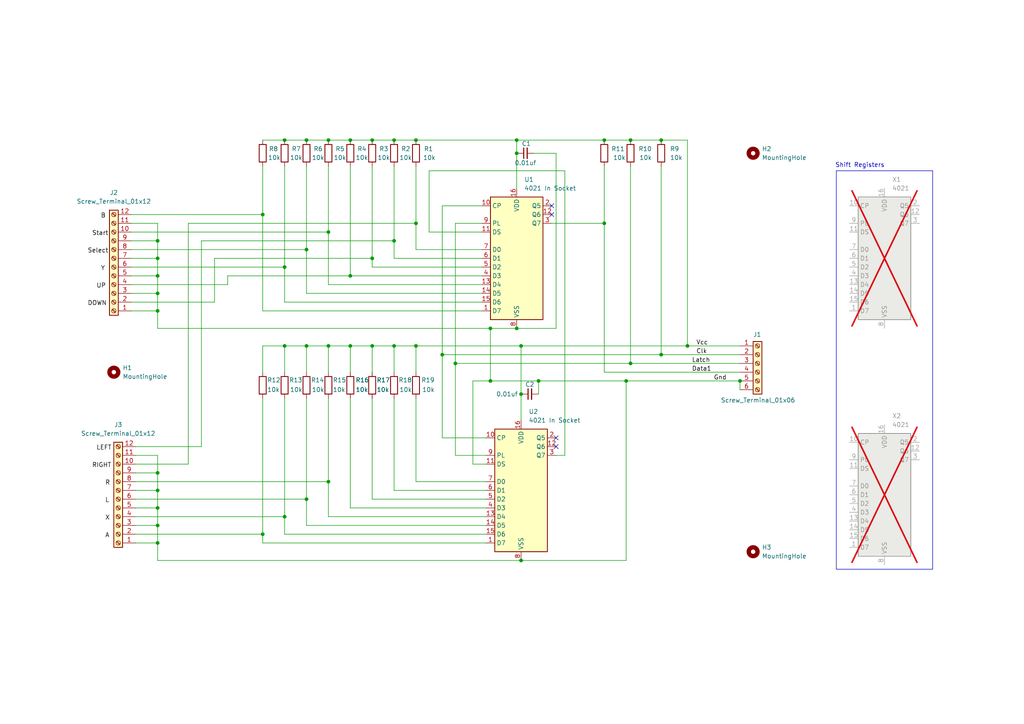
<source format=kicad_sch>
(kicad_sch (version 20250114) (generator "eeschema") (generator_version "9.0")
  (paper "A4")
  (title_block (title "SNES & Uzebox Modular Joystick PCB") (date "2025-05-08") (rev "1.5"))
  (lib_symbols
    (symbol "4xxx:4021"
      (property "Reference" "U" (at -5.08 19.05 0))
      (property "Value" "4021" (at 3.81 19.05 0))
      (symbol "4021_0_1"
        (rectangle (start -7.62 17.78) (end 7.62 -17.78) (stroke (width 0.254)) (fill (type background)))
      )
      (symbol "4021_1_1"
        (pin input line (at -10.16 15.24 0) (length 2.54) (name "CP") (number "10"))
        (pin input line (at -10.16 10.16 0) (length 2.54) (name "PL") (number "9"))
        (pin input line (at -10.16 7.62 0) (length 2.54) (name "DS") (number "11"))
        (pin input line (at -10.16 2.54 0) (length 2.54) (name "D0") (number "7"))
        (pin input line (at -10.16 0 0) (length 2.54) (name "D1") (number "6"))
        (pin input line (at -10.16 -2.54 0) (length 2.54) (name "D2") (number "5"))
        (pin input line (at -10.16 -5.08 0) (length 2.54) (name "D3") (number "4"))
        (pin input line (at -10.16 -7.62 0) (length 2.54) (name "D4") (number "13"))
        (pin input line (at -10.16 -10.16 0) (length 2.54) (name "D5") (number "14"))
        (pin input line (at -10.16 -12.7 0) (length 2.54) (name "D6") (number "15"))
        (pin input line (at -10.16 -15.24 0) (length 2.54) (name "D7") (number "1"))
        (pin power_in line (at 0 20.32 270) (length 2.54) (name "VDD") (number "16"))
        (pin power_in line (at 0 -20.32 90) (length 2.54) (name "VSS") (number "8"))
        (pin output line (at 10.16 15.24 180) (length 2.54) (name "Q5") (number "2"))
        (pin output line (at 10.16 12.7 180) (length 2.54) (name "Q6") (number "12"))
        (pin output line (at 10.16 10.16 180) (length 2.54) (name "Q7") (number "3"))
      )
    )
    (symbol "Connector:Screw_Terminal_01x06" (pin_names (offset 1.016) (hide yes))
      (property "Reference" "J" (at 0 7.62 0))
      (property "Value" "Screw_Terminal_01x06" (at 0 -10.16 0))
      (symbol "Screw_Terminal_01x06_1_1"
        (rectangle (start -1.27 6.35) (end 1.27 -8.89) (stroke (width 0.254)) (fill (type background)))
        (polyline (pts (xy -0.5334 5.4102) (xy 0.3302 4.572)) (stroke (width 0.1524)))
        (polyline (pts (xy -0.5334 2.8702) (xy 0.3302 2.032)) (stroke (width 0.1524)))
        (polyline (pts (xy -0.5334 0.3302) (xy 0.3302 -0.508)) (stroke (width 0.1524)))
        (polyline (pts (xy -0.5334 -2.2098) (xy 0.3302 -3.048)) (stroke (width 0.1524)))
        (polyline (pts (xy -0.5334 -4.7498) (xy 0.3302 -5.588)) (stroke (width 0.1524)))
        (polyline (pts (xy -0.5334 -7.2898) (xy 0.3302 -8.128)) (stroke (width 0.1524)))
        (polyline (pts (xy -0.3556 5.588) (xy 0.508 4.7498)) (stroke (width 0.1524)))
        (polyline (pts (xy -0.3556 3.048) (xy 0.508 2.2098)) (stroke (width 0.1524)))
        (polyline (pts (xy -0.3556 0.508) (xy 0.508 -0.3302)) (stroke (width 0.1524)))
        (polyline (pts (xy -0.3556 -2.032) (xy 0.508 -2.8702)) (stroke (width 0.1524)))
        (polyline (pts (xy -0.3556 -4.572) (xy 0.508 -5.4102)) (stroke (width 0.1524)))
        (polyline (pts (xy -0.3556 -7.112) (xy 0.508 -7.9502)) (stroke (width 0.1524)))
        (circle (center 0 5.08) (radius 0.635) (stroke (width 0.1524)))
        (circle (center 0 2.54) (radius 0.635) (stroke (width 0.1524)))
        (circle (center 0 0) (radius 0.635) (stroke (width 0.1524)))
        (circle (center 0 -2.54) (radius 0.635) (stroke (width 0.1524)))
        (circle (center 0 -5.08) (radius 0.635) (stroke (width 0.1524)))
        (circle (center 0 -7.62) (radius 0.635) (stroke (width 0.1524)))
        (pin passive line (at -5.08 5.08 0) (length 3.81) (name "Pin_1") (number "1"))
        (pin passive line (at -5.08 2.54 0) (length 3.81) (name "Pin_2") (number "2"))
        (pin passive line (at -5.08 0 0) (length 3.81) (name "Pin_3") (number "3"))
        (pin passive line (at -5.08 -2.54 0) (length 3.81) (name "Pin_4") (number "4"))
        (pin passive line (at -5.08 -5.08 0) (length 3.81) (name "Pin_5") (number "5"))
        (pin passive line (at -5.08 -7.62 0) (length 3.81) (name "Pin_6") (number "6"))
      )
    )
    (symbol "Connector:Screw_Terminal_01x12" (pin_names (offset 1.016) (hide yes))
      (property "Reference" "J" (at 0 15.24 0))
      (property "Value" "Screw_Terminal_01x12" (at 0 -17.78 0))
      (symbol "Screw_Terminal_01x12_1_1"
        (rectangle (start -1.27 13.97) (end 1.27 -16.51) (stroke (width 0.254)) (fill (type background)))
        (polyline (pts (xy -0.5334 13.0302) (xy 0.3302 12.192)) (stroke (width 0.1524)))
        (polyline (pts (xy -0.5334 10.4902) (xy 0.3302 9.652)) (stroke (width 0.1524)))
        (polyline (pts (xy -0.5334 7.9502) (xy 0.3302 7.112)) (stroke (width 0.1524)))
        (polyline (pts (xy -0.5334 5.4102) (xy 0.3302 4.572)) (stroke (width 0.1524)))
        (polyline (pts (xy -0.5334 2.8702) (xy 0.3302 2.032)) (stroke (width 0.1524)))
        (polyline (pts (xy -0.5334 0.3302) (xy 0.3302 -0.508)) (stroke (width 0.1524)))
        (polyline (pts (xy -0.5334 -2.2098) (xy 0.3302 -3.048)) (stroke (width 0.1524)))
        (polyline (pts (xy -0.5334 -4.7498) (xy 0.3302 -5.588)) (stroke (width 0.1524)))
        (polyline (pts (xy -0.5334 -7.2898) (xy 0.3302 -8.128)) (stroke (width 0.1524)))
        (polyline (pts (xy -0.5334 -9.8298) (xy 0.3302 -10.668)) (stroke (width 0.1524)))
        (polyline (pts (xy -0.5334 -12.3698) (xy 0.3302 -13.208)) (stroke (width 0.1524)))
        (polyline (pts (xy -0.5334 -14.9098) (xy 0.3302 -15.748)) (stroke (width 0.1524)))
        (polyline (pts (xy -0.3556 13.208) (xy 0.508 12.3698)) (stroke (width 0.1524)))
        (polyline (pts (xy -0.3556 10.668) (xy 0.508 9.8298)) (stroke (width 0.1524)))
        (polyline (pts (xy -0.3556 8.128) (xy 0.508 7.2898)) (stroke (width 0.1524)))
        (polyline (pts (xy -0.3556 5.588) (xy 0.508 4.7498)) (stroke (width 0.1524)))
        (polyline (pts (xy -0.3556 3.048) (xy 0.508 2.2098)) (stroke (width 0.1524)))
        (polyline (pts (xy -0.3556 0.508) (xy 0.508 -0.3302)) (stroke (width 0.1524)))
        (polyline (pts (xy -0.3556 -2.032) (xy 0.508 -2.8702)) (stroke (width 0.1524)))
        (polyline (pts (xy -0.3556 -4.572) (xy 0.508 -5.4102)) (stroke (width 0.1524)))
        (polyline (pts (xy -0.3556 -7.112) (xy 0.508 -7.9502)) (stroke (width 0.1524)))
        (polyline (pts (xy -0.3556 -9.652) (xy 0.508 -10.4902)) (stroke (width 0.1524)))
        (polyline (pts (xy -0.3556 -12.192) (xy 0.508 -13.0302)) (stroke (width 0.1524)))
        (polyline (pts (xy -0.3556 -14.732) (xy 0.508 -15.5702)) (stroke (width 0.1524)))
        (circle (center 0 12.7) (radius 0.635) (stroke (width 0.1524)))
        (circle (center 0 10.16) (radius 0.635) (stroke (width 0.1524)))
        (circle (center 0 7.62) (radius 0.635) (stroke (width 0.1524)))
        (circle (center 0 5.08) (radius 0.635) (stroke (width 0.1524)))
        (circle (center 0 2.54) (radius 0.635) (stroke (width 0.1524)))
        (circle (center 0 0) (radius 0.635) (stroke (width 0.1524)))
        (circle (center 0 -2.54) (radius 0.635) (stroke (width 0.1524)))
        (circle (center 0 -5.08) (radius 0.635) (stroke (width 0.1524)))
        (circle (center 0 -7.62) (radius 0.635) (stroke (width 0.1524)))
        (circle (center 0 -10.16) (radius 0.635) (stroke (width 0.1524)))
        (circle (center 0 -12.7) (radius 0.635) (stroke (width 0.1524)))
        (circle (center 0 -15.24) (radius 0.635) (stroke (width 0.1524)))
        (pin passive line (at -5.08 12.7 0) (length 3.81) (name "Pin_1") (number "1"))
        (pin passive line (at -5.08 10.16 0) (length 3.81) (name "Pin_2") (number "2"))
        (pin passive line (at -5.08 7.62 0) (length 3.81) (name "Pin_3") (number "3"))
        (pin passive line (at -5.08 5.08 0) (length 3.81) (name "Pin_4") (number "4"))
        (pin passive line (at -5.08 2.54 0) (length 3.81) (name "Pin_5") (number "5"))
        (pin passive line (at -5.08 0 0) (length 3.81) (name "Pin_6") (number "6"))
        (pin passive line (at -5.08 -2.54 0) (length 3.81) (name "Pin_7") (number "7"))
        (pin passive line (at -5.08 -5.08 0) (length 3.81) (name "Pin_8") (number "8"))
        (pin passive line (at -5.08 -7.62 0) (length 3.81) (name "Pin_9") (number "9"))
        (pin passive line (at -5.08 -10.16 0) (length 3.81) (name "Pin_10") (number "10"))
        (pin passive line (at -5.08 -12.7 0) (length 3.81) (name "Pin_11") (number "11"))
        (pin passive line (at -5.08 -15.24 0) (length 3.81) (name "Pin_12") (number "12"))
      )
    )
    (symbol "Device:C_Small" (pin_numbers (hide yes)) (pin_names (offset 0.254) (hide yes))
      (property "Reference" "C" (at 0.254 1.778 0))
      (property "Value" "C_Small" (at 0.254 -2.032 0))
      (symbol "C_Small_0_1"
        (polyline (pts (xy -1.524 0.508) (xy 1.524 0.508)) (stroke (width 0.3048)))
        (polyline (pts (xy -1.524 -0.508) (xy 1.524 -0.508)) (stroke (width 0.3302)))
      )
      (symbol "C_Small_1_1"
        (pin passive line (at 0 2.54 270) (length 2.032) (name "~") (number "1"))
        (pin passive line (at 0 -2.54 90) (length 2.032) (name "~") (number "2"))
      )
    )
    (symbol "Device:R" (pin_numbers (hide yes)) (pin_names (offset 0))
      (property "Reference" "R" (at 2.032 0 90))
      (property "Value" "R" (at 0 0 90))
      (symbol "R_0_1"
        (rectangle (start -1.016 -2.54) (end 1.016 2.54) (stroke (width 0.254)))
      )
      (symbol "R_1_1"
        (pin passive line (at 0 3.81 270) (length 1.27) (name "~") (number "1"))
        (pin passive line (at 0 -3.81 90) (length 1.27) (name "~") (number "2"))
      )
    )
    (symbol "Mechanical:MountingHole" (pin_names (offset 1.016)) (exclude_from_sim yes) (in_bom no)
      (property "Reference" "H" (at 0 5.08 0))
      (property "Value" "MountingHole" (at 0 3.175 0))
      (symbol "MountingHole_0_1"
        (circle (center 0 0) (radius 1.27) (stroke (width 1.27)))
      )
    )
  )
  (text "Shift Registers" (at 249.428 48.006 0) (effects (font (size 1.27 1.27))))
  (junction (at 88.9 72.39))
  (junction (at 101.6 40.64))
  (junction (at 114.3 40.64))
  (junction (at 142.24 95.25))
  (junction (at 182.88 105.41))
  (junction (at 95.25 139.7))
  (junction (at 45.72 157.48))
  (junction (at 151.13 114.3))
  (junction (at 45.72 69.85))
  (junction (at 45.72 80.01))
  (junction (at 45.72 74.93))
  (junction (at 45.72 147.32))
  (junction (at 76.2 154.94))
  (junction (at 45.72 85.09))
  (junction (at 45.72 142.24))
  (junction (at 45.72 90.17))
  (junction (at 214.63 110.49))
  (junction (at 149.86 40.64))
  (junction (at 45.72 137.16))
  (junction (at 151.13 100.33))
  (junction (at 120.65 100.33))
  (junction (at 88.9 40.64))
  (junction (at 88.9 100.33))
  (junction (at 114.3 100.33))
  (junction (at 101.6 100.33))
  (junction (at 82.55 149.86))
  (junction (at 175.26 40.64))
  (junction (at 95.25 100.33))
  (junction (at 88.9 144.78))
  (junction (at 149.86 44.45))
  (junction (at 191.77 40.64))
  (junction (at 120.65 40.64))
  (junction (at 181.61 110.49))
  (junction (at 199.39 100.33))
  (junction (at 132.08 105.41))
  (junction (at 175.26 64.77))
  (junction (at 114.3 69.85))
  (junction (at 120.65 64.77))
  (junction (at 76.2 62.23))
  (junction (at 95.25 40.64))
  (junction (at 45.72 152.4))
  (junction (at 156.21 110.49))
  (junction (at 82.55 77.47))
  (junction (at 107.95 100.33))
  (junction (at 151.13 162.56))
  (junction (at 82.55 40.64))
  (junction (at 107.95 74.93))
  (junction (at 142.24 110.49))
  (junction (at 128.27 102.87))
  (junction (at 149.86 95.25))
  (junction (at 82.55 100.33))
  (junction (at 107.95 40.64))
  (junction (at 191.77 102.87))
  (junction (at 101.6 80.01))
  (junction (at 182.88 40.64))
  (junction (at 95.25 67.31))
  (no_connect (at 160.02 59.69))
  (no_connect (at 161.29 127))
  (no_connect (at 161.29 129.54))
  (no_connect (at 160.02 62.23))
  (wire (pts (xy 156.21 110.49) (xy 156.21 114.3)))
  (wire (pts (xy 38.1 62.23) (xy 76.2 62.23)))
  (wire (pts (xy 140.97 154.94) (xy 82.55 154.94)))
  (wire (pts (xy 101.6 80.01) (xy 139.7 80.01)))
  (wire (pts (xy 149.86 40.64) (xy 175.26 40.64)))
  (wire (pts (xy 101.6 48.26) (xy 101.6 80.01)))
  (wire (pts (xy 38.1 80.01) (xy 45.72 80.01)))
  (wire (pts (xy 82.55 40.64) (xy 88.9 40.64)))
  (wire (pts (xy 39.37 137.16) (xy 45.72 137.16)))
  (wire (pts (xy 88.9 144.78) (xy 88.9 152.4)))
  (wire (pts (xy 163.83 49.53) (xy 163.83 132.08)))
  (wire (pts (xy 39.37 154.94) (xy 76.2 154.94)))
  (wire (pts (xy 38.1 87.63) (xy 62.23 87.63)))
  (wire (pts (xy 124.46 49.53) (xy 163.83 49.53)))
  (wire (pts (xy 137.16 134.62) (xy 137.16 110.49)))
  (wire (pts (xy 95.25 139.7) (xy 95.25 115.57)))
  (wire (pts (xy 120.65 64.77) (xy 120.65 72.39)))
  (wire (pts (xy 151.13 100.33) (xy 199.39 100.33)))
  (wire (pts (xy 76.2 40.64) (xy 82.55 40.64)))
  (wire (pts (xy 39.37 134.62) (xy 54.61 134.62)))
  (wire (pts (xy 38.1 74.93) (xy 45.72 74.93)))
  (wire (pts (xy 156.21 110.49) (xy 181.61 110.49)))
  (wire (pts (xy 182.88 105.41) (xy 214.63 105.41)))
  (wire (pts (xy 163.83 132.08) (xy 161.29 132.08)))
  (wire (pts (xy 39.37 129.54) (xy 58.42 129.54)))
  (wire (pts (xy 128.27 127) (xy 140.97 127)))
  (wire (pts (xy 140.97 152.4) (xy 88.9 152.4)))
  (wire (pts (xy 140.97 142.24) (xy 114.3 142.24)))
  (wire (pts (xy 82.55 115.57) (xy 82.55 149.86)))
  (wire (pts (xy 95.25 67.31) (xy 95.25 82.55)))
  (wire (pts (xy 101.6 100.33) (xy 101.6 107.95)))
  (wire (pts (xy 151.13 114.3) (xy 151.13 100.33)))
  (wire (pts (xy 45.72 80.01) (xy 45.72 74.93)))
  (wire (pts (xy 161.29 95.25) (xy 149.86 95.25)))
  (wire (pts (xy 62.23 74.93) (xy 107.95 74.93)))
  (wire (pts (xy 76.2 100.33) (xy 82.55 100.33)))
  (wire (pts (xy 39.37 149.86) (xy 82.55 149.86)))
  (wire (pts (xy 76.2 154.94) (xy 76.2 115.57)))
  (wire (pts (xy 45.72 157.48) (xy 39.37 157.48)))
  (wire (pts (xy 38.1 85.09) (xy 45.72 85.09)))
  (wire (pts (xy 114.3 142.24) (xy 114.3 115.57)))
  (wire (pts (xy 39.37 142.24) (xy 45.72 142.24)))
  (wire (pts (xy 154.94 44.45) (xy 161.29 44.45)))
  (wire (pts (xy 107.95 48.26) (xy 107.95 74.93)))
  (wire (pts (xy 45.72 142.24) (xy 45.72 137.16)))
  (wire (pts (xy 175.26 64.77) (xy 175.26 48.26)))
  (wire (pts (xy 107.95 77.47) (xy 139.7 77.47)))
  (wire (pts (xy 142.24 95.25) (xy 142.24 110.49)))
  (wire (pts (xy 140.97 149.86) (xy 95.25 149.86)))
  (wire (pts (xy 38.1 72.39) (xy 88.9 72.39)))
  (wire (pts (xy 151.13 121.92) (xy 151.13 114.3)))
  (polyline (pts (xy 270.51 49.53) (xy 270.51 165.1)))
  (wire (pts (xy 76.2 62.23) (xy 76.2 90.17)))
  (wire (pts (xy 95.25 100.33) (xy 101.6 100.33)))
  (wire (pts (xy 95.25 149.86) (xy 95.25 139.7)))
  (wire (pts (xy 114.3 69.85) (xy 114.3 74.93)))
  (polyline (pts (xy 242.57 165.1) (xy 242.57 49.53)))
  (wire (pts (xy 132.08 105.41) (xy 132.08 132.08)))
  (wire (pts (xy 120.65 139.7) (xy 120.65 115.57)))
  (wire (pts (xy 161.29 44.45) (xy 161.29 95.25)))
  (wire (pts (xy 66.04 82.55) (xy 66.04 80.01)))
  (wire (pts (xy 38.1 69.85) (xy 45.72 69.85)))
  (wire (pts (xy 88.9 48.26) (xy 88.9 72.39)))
  (wire (pts (xy 82.55 100.33) (xy 88.9 100.33)))
  (wire (pts (xy 128.27 102.87) (xy 191.77 102.87)))
  (polyline (pts (xy 242.57 49.53) (xy 243.84 49.53)))
  (wire (pts (xy 39.37 139.7) (xy 95.25 139.7)))
  (wire (pts (xy 114.3 40.64) (xy 120.65 40.64)))
  (wire (pts (xy 191.77 102.87) (xy 214.63 102.87)))
  (wire (pts (xy 39.37 144.78) (xy 88.9 144.78)))
  (wire (pts (xy 88.9 100.33) (xy 88.9 107.95)))
  (wire (pts (xy 199.39 40.64) (xy 199.39 100.33)))
  (wire (pts (xy 199.39 100.33) (xy 214.63 100.33)))
  (wire (pts (xy 45.72 137.16) (xy 45.72 132.08)))
  (wire (pts (xy 182.88 105.41) (xy 182.88 48.26)))
  (wire (pts (xy 45.72 90.17) (xy 45.72 85.09)))
  (wire (pts (xy 175.26 107.95) (xy 175.26 64.77)))
  (wire (pts (xy 82.55 100.33) (xy 82.55 107.95)))
  (wire (pts (xy 114.3 100.33) (xy 114.3 107.95)))
  (wire (pts (xy 88.9 40.64) (xy 95.25 40.64)))
  (wire (pts (xy 191.77 102.87) (xy 191.77 48.26)))
  (wire (pts (xy 76.2 157.48) (xy 76.2 154.94)))
  (wire (pts (xy 140.97 147.32) (xy 101.6 147.32)))
  (wire (pts (xy 45.72 85.09) (xy 45.72 80.01)))
  (wire (pts (xy 107.95 100.33) (xy 107.95 107.95)))
  (wire (pts (xy 149.86 40.64) (xy 149.86 44.45)))
  (wire (pts (xy 54.61 64.77) (xy 120.65 64.77)))
  (wire (pts (xy 45.72 152.4) (xy 45.72 147.32)))
  (wire (pts (xy 54.61 134.62) (xy 54.61 64.77)))
  (wire (pts (xy 38.1 67.31) (xy 95.25 67.31)))
  (wire (pts (xy 142.24 110.49) (xy 156.21 110.49)))
  (wire (pts (xy 120.65 100.33) (xy 120.65 107.95)))
  (polyline (pts (xy 243.84 49.53) (xy 270.51 49.53)))
  (wire (pts (xy 175.26 107.95) (xy 214.63 107.95)))
  (wire (pts (xy 82.55 48.26) (xy 82.55 77.47)))
  (wire (pts (xy 120.65 100.33) (xy 151.13 100.33)))
  (wire (pts (xy 128.27 102.87) (xy 128.27 127)))
  (wire (pts (xy 149.86 44.45) (xy 149.86 54.61)))
  (wire (pts (xy 120.65 72.39) (xy 139.7 72.39)))
  (wire (pts (xy 160.02 64.77) (xy 175.26 64.77)))
  (wire (pts (xy 88.9 115.57) (xy 88.9 144.78)))
  (wire (pts (xy 45.72 90.17) (xy 38.1 90.17)))
  (wire (pts (xy 95.25 48.26) (xy 95.25 67.31)))
  (wire (pts (xy 45.72 74.93) (xy 45.72 69.85)))
  (wire (pts (xy 107.95 40.64) (xy 114.3 40.64)))
  (wire (pts (xy 88.9 85.09) (xy 139.7 85.09)))
  (wire (pts (xy 140.97 134.62) (xy 137.16 134.62)))
  (wire (pts (xy 181.61 110.49) (xy 214.63 110.49)))
  (wire (pts (xy 82.55 149.86) (xy 82.55 154.94)))
  (wire (pts (xy 124.46 67.31) (xy 139.7 67.31)))
  (polyline (pts (xy 270.51 165.1) (xy 242.57 165.1)))
  (wire (pts (xy 139.7 64.77) (xy 132.08 64.77)))
  (wire (pts (xy 45.72 162.56) (xy 45.72 157.48)))
  (wire (pts (xy 39.37 152.4) (xy 45.72 152.4)))
  (wire (pts (xy 58.42 69.85) (xy 114.3 69.85)))
  (wire (pts (xy 120.65 40.64) (xy 149.86 40.64)))
  (wire (pts (xy 45.72 69.85) (xy 45.72 64.77)))
  (wire (pts (xy 45.72 157.48) (xy 45.72 152.4)))
  (wire (pts (xy 107.95 100.33) (xy 114.3 100.33)))
  (wire (pts (xy 45.72 95.25) (xy 142.24 95.25)))
  (wire (pts (xy 182.88 40.64) (xy 191.77 40.64)))
  (wire (pts (xy 39.37 147.32) (xy 45.72 147.32)))
  (wire (pts (xy 45.72 132.08) (xy 39.37 132.08)))
  (wire (pts (xy 88.9 72.39) (xy 88.9 85.09)))
  (wire (pts (xy 214.63 110.49) (xy 214.63 113.03)))
  (wire (pts (xy 132.08 105.41) (xy 182.88 105.41)))
  (wire (pts (xy 62.23 87.63) (xy 62.23 74.93)))
  (wire (pts (xy 38.1 77.47) (xy 82.55 77.47)))
  (wire (pts (xy 95.25 100.33) (xy 95.25 107.95)))
  (wire (pts (xy 181.61 110.49) (xy 181.61 162.56)))
  (wire (pts (xy 107.95 144.78) (xy 107.95 115.57)))
  (wire (pts (xy 140.97 139.7) (xy 120.65 139.7)))
  (wire (pts (xy 114.3 100.33) (xy 120.65 100.33)))
  (wire (pts (xy 114.3 74.93) (xy 139.7 74.93)))
  (wire (pts (xy 140.97 157.48) (xy 76.2 157.48)))
  (wire (pts (xy 88.9 100.33) (xy 95.25 100.33)))
  (wire (pts (xy 45.72 147.32) (xy 45.72 142.24)))
  (wire (pts (xy 82.55 77.47) (xy 82.55 87.63)))
  (wire (pts (xy 95.25 82.55) (xy 139.7 82.55)))
  (wire (pts (xy 132.08 132.08) (xy 140.97 132.08)))
  (wire (pts (xy 149.86 95.25) (xy 142.24 95.25)))
  (wire (pts (xy 175.26 40.64) (xy 182.88 40.64)))
  (wire (pts (xy 107.95 74.93) (xy 107.95 77.47)))
  (wire (pts (xy 82.55 87.63) (xy 139.7 87.63)))
  (wire (pts (xy 137.16 110.49) (xy 142.24 110.49)))
  (wire (pts (xy 76.2 90.17) (xy 139.7 90.17)))
  (wire (pts (xy 191.77 40.64) (xy 199.39 40.64)))
  (wire (pts (xy 58.42 129.54) (xy 58.42 69.85)))
  (wire (pts (xy 128.27 59.69) (xy 128.27 102.87)))
  (wire (pts (xy 140.97 144.78) (xy 107.95 144.78)))
  (wire (pts (xy 76.2 100.33) (xy 76.2 107.95)))
  (wire (pts (xy 95.25 40.64) (xy 101.6 40.64)))
  (wire (pts (xy 139.7 59.69) (xy 128.27 59.69)))
  (wire (pts (xy 45.72 64.77) (xy 38.1 64.77)))
  (wire (pts (xy 114.3 48.26) (xy 114.3 69.85)))
  (wire (pts (xy 124.46 67.31) (xy 124.46 49.53)))
  (wire (pts (xy 120.65 48.26) (xy 120.65 64.77)))
  (wire (pts (xy 38.1 82.55) (xy 66.04 82.55)))
  (wire (pts (xy 45.72 162.56) (xy 151.13 162.56)))
  (wire (pts (xy 101.6 100.33) (xy 107.95 100.33)))
  (wire (pts (xy 181.61 162.56) (xy 151.13 162.56)))
  (wire (pts (xy 45.72 95.25) (xy 45.72 90.17)))
  (wire (pts (xy 66.04 80.01) (xy 101.6 80.01)))
  (wire (pts (xy 132.08 64.77) (xy 132.08 105.41)))
  (wire (pts (xy 101.6 40.64) (xy 107.95 40.64)))
  (wire (pts (xy 101.6 147.32) (xy 101.6 115.57)))
  (wire (pts (xy 76.2 48.26) (xy 76.2 62.23)))
  (label "A" (at 30.48 156.21 0))
  (label "DOWN" (at 25.4 88.9 0))
  (label "Select" (at 25.4 73.66 0))
  (label "R" (at 30.48 140.97 0))
  (label "UP" (at 27.94 83.82 0))
  (label "Latch" (at 200.66 105.41 0))
  (label "Y" (at 29.21 78.74 0))
  (label "LEFT" (at 27.94 130.81 0))
  (label "Clk" (at 201.93 102.87 0))
  (label "Data1" (at 200.66 107.95 0))
  (label "L" (at 30.48 146.05 0))
  (label "Vcc" (at 201.93 100.33 0))
  (label "X" (at 30.48 151.13 0))
  (label "RIGHT" (at 26.67 135.89 0))
  (label "Gnd" (at 207.01 110.49 0))
  (label "Start" (at 26.67 68.58 0))
  (label "B" (at 29.21 63.5 0))
  (symbol (lib_id "Device:R") (at 82.55 44.45 0) (unit 1)
    (property "Reference" "R7" (at 84.582 43.18 0) (effects (justify left)))
    (property "Value" "10k" (at 84.074 45.72 0) (effects (justify left)))
    (property "Footprint" "Resistor_THT:R_Axial_DIN0207_L6.3mm_D2.5mm_P5.08mm_Vertical" (effects (hide yes)))
    (property "Description" "Resistor" (effects (hide yes)))
    (property "Digikey P/N" "13-MFR-25FRF52-10KCT-ND" (effects (hide yes)))
    (property "Mouser P/N" "603-MFR-25FRF5210K" (effects (hide yes)))
    (property "Mfr. P/N" "MFR-25FRF52-10K" (effects (hide yes)))
    (property "Farnell P/N" "3951796" (effects (hide yes)))
  )
  (symbol (lib_id "Mechanical:MountingHole") (at 218.44 44.45 0) (unit 1) (exclude_from_sim yes) (in_bom no)
    (property "Reference" "H2" (at 220.98 43.1799 0) (effects (justify left)))
    (property "Value" "MountingHole" (at 220.98 45.7199 0) (effects (justify left)))
    (property "Footprint" "MountingHole:MountingHole_4.3mm_M4" (effects (hide yes)))
    (property "Description" "Mounting Hole without connection" (effects (hide yes)))
  )
  (symbol (lib_id "Device:R") (at 101.6 44.45 0) (unit 1)
    (property "Reference" "R4" (at 103.632 43.18 0) (effects (justify left)))
    (property "Value" "10k" (at 103.124 45.72 0) (effects (justify left)))
    (property "Footprint" "Resistor_THT:R_Axial_DIN0207_L6.3mm_D2.5mm_P5.08mm_Vertical" (effects (hide yes)))
    (property "Description" "Resistor" (effects (hide yes)))
    (property "Digikey P/N" "13-MFR-25FRF52-10KCT-ND" (effects (hide yes)))
    (property "Mouser P/N" "603-MFR-25FRF5210K" (effects (hide yes)))
    (property "Mfr. P/N" "MFR-25FRF52-10K" (effects (hide yes)))
    (property "Farnell P/N" "3951796" (effects (hide yes)))
  )
  (symbol (lib_id "Connector:Screw_Terminal_01x06") (at 219.71 105.41 0) (unit 1)
    (property "Reference" "J1" (at 218.44 97.028 0) (effects (justify left)))
    (property "Value" "Screw_Terminal_01x06" (at 209.042 116.078 0) (effects (justify left)))
    (property "Footprint" "TerminalBlock:TerminalBlock_MaiXu_MX126-5.0-06P_1x06_P5.00mm" (effects (hide yes)))
    (property "Description" "Generic screw terminal, single row, 01x06, script generated (kicad-library-utils/schlib/autogen/connector/)" (effects (hide yes)))
    (property "Digikey P/N" "277-2518-ND" (effects (hide yes)))
    (property "Mouser P/N" "651-1792863" (effects (hide yes)))
    (property "Mfr. P/N" "1792863" (effects (hide yes)))
    (property "Farnell P/N" "2072377" (effects (hide yes)))
  )
  (symbol (lib_id "Connector:Screw_Terminal_01x12") (at 33.02 77.47 180) (unit 1)
    (property "Reference" "J2" (at 33.02 55.88 0))
    (property "Value" "Screw_Terminal_01x12" (at 33.02 58.42 0))
    (property "Footprint" "TerminalBlock:TerminalBlock_MaiXu_MX126-5.0-12P_1x12_P5.00mm" (effects (hide yes)))
    (property "Description" "Generic screw terminal, single row, 01x12, script generated (kicad-library-utils/schlib/autogen/connector/)" (effects (hide yes)))
    (property "Digikey P/N" "277-2518-ND" (effects (hide yes)))
    (property "Mouser P/N" "651-1792863" (effects (hide yes)))
    (property "Mfr. P/N" "1792863" (effects (hide yes)))
    (property "Farnell P/N" "2072377" (effects (hide yes)))
  )
  (symbol (lib_id "Device:R") (at 107.95 111.76 0) (unit 1)
    (property "Reference" "R17" (at 109.22 110.236 0) (effects (justify left)))
    (property "Value" "10k" (at 109.22 113.03 0) (effects (justify left)))
    (property "Footprint" "Resistor_THT:R_Axial_DIN0207_L6.3mm_D2.5mm_P5.08mm_Vertical" (effects (hide yes)))
    (property "Description" "Resistor" (effects (hide yes)))
    (property "Digikey P/N" "13-MFR-25FRF52-10KCT-ND" (effects (hide yes)))
    (property "Mouser P/N" "603-MFR-25FRF5210K" (effects (hide yes)))
    (property "Mfr. P/N" "MFR-25FRF52-10K" (effects (hide yes)))
    (property "Farnell P/N" "3951796" (effects (hide yes)))
  )
  (symbol (lib_id "Device:R") (at 107.95 44.45 0) (unit 1)
    (property "Reference" "R3" (at 109.982 43.18 0) (effects (justify left)))
    (property "Value" "10k" (at 109.474 45.72 0) (effects (justify left)))
    (property "Footprint" "Resistor_THT:R_Axial_DIN0207_L6.3mm_D2.5mm_P5.08mm_Vertical" (effects (hide yes)))
    (property "Description" "Resistor" (effects (hide yes)))
    (property "Digikey P/N" "13-MFR-25FRF52-10KCT-ND" (effects (hide yes)))
    (property "Mouser P/N" "603-MFR-25FRF5210K" (effects (hide yes)))
    (property "Mfr. P/N" "MFR-25FRF52-10K" (effects (hide yes)))
    (property "Farnell P/N" "3951796" (effects (hide yes)))
  )
  (symbol (lib_id "Device:R") (at 191.77 44.45 0) (unit 1)
    (property "Reference" "R9" (at 194.31 43.1799 0) (effects (justify left)))
    (property "Value" "10k" (at 194.31 45.7199 0) (effects (justify left)))
    (property "Footprint" "Resistor_THT:R_Axial_DIN0207_L6.3mm_D2.5mm_P5.08mm_Vertical" (effects (hide yes)))
    (property "Description" "Resistor" (effects (hide yes)))
    (property "Digikey P/N" "13-MFR-25FRF52-10KCT-ND" (effects (hide yes)))
    (property "Mouser P/N" "603-MFR-25FRF5210K" (effects (hide yes)))
    (property "Mfr. P/N" "MFR-25FRF52-10K" (effects (hide yes)))
    (property "Farnell P/N" "3951796" (effects (hide yes)))
  )
  (symbol (lib_id "Device:R") (at 101.6 111.76 0) (unit 1)
    (property "Reference" "R16" (at 103.124 110.236 0) (effects (justify left)))
    (property "Value" "10k" (at 103.124 113.03 0) (effects (justify left)))
    (property "Footprint" "Resistor_THT:R_Axial_DIN0207_L6.3mm_D2.5mm_P5.08mm_Vertical" (effects (hide yes)))
    (property "Description" "Resistor" (effects (hide yes)))
    (property "Digikey P/N" "13-MFR-25FRF52-10KCT-ND" (effects (hide yes)))
    (property "Mouser P/N" "603-MFR-25FRF5210K" (effects (hide yes)))
    (property "Mfr. P/N" "MFR-25FRF52-10K" (effects (hide yes)))
    (property "Farnell P/N" "3951796" (effects (hide yes)))
  )
  (symbol (lib_id "4xxx:4021") (at 149.86 74.93 0) (unit 1)
    (property "Reference" "U1" (at 152.0541 52.07 0) (effects (justify left)))
    (property "Value" "4021 In Socket" (at 152.0541 54.61 0) (effects (justify left)))
    (property "Footprint" "Package_DIP:DIP-16_W7.62mm_Socket" (effects (hide yes)))
    (property "Datasheet" "https://assets.nexperia.com/documents/data-sheet/HEF4021B.pdf" (effects (hide yes)))
    (property "Description" "8-bit static shift register" (effects (hide yes)))
    (property "Digikey P/N" "17-2485264-3-ND" (effects (hide yes)))
    (property "Mouser P/N" "571-2485264-3" (effects (hide yes)))
    (property "Mfr. P/N" "2485264-3" (effects (hide yes)))
    (property "Farnell P/N" "4575164" (effects (hide yes)))
  )
  (symbol (lib_id "4xxx:4021") (at 256.54 74.93 0) (unit 1) (exclude_from_sim yes) (on_board no) (dnp yes)
    (property "Reference" "X1" (at 258.7341 52.07 0) (effects (justify left)))
    (property "Value" "4021" (at 258.7341 54.61 0) (effects (justify left)))
    (property "Footprint" "Package_DIP:DIP-16_W7.62mm" (effects (hide yes)))
    (property "Datasheet" "https://assets.nexperia.com/documents/data-sheet/HEF4021B.pdf" (effects (hide yes)))
    (property "Description" "8-bit static shift register" (effects (hide yes)))
    (property "Digikey P/N" "296-2040-5-ND" (effects (hide yes)))
    (property "Mouser P/N" "595-CD4021BE" (effects (hide yes)))
    (property "Mfr. P/N" "CD4021BE" (effects (hide yes)))
    (property "Farnell P/N" "3120813" (effects (hide yes)))
  )
  (symbol (lib_id "Device:R") (at 114.3 111.76 0) (unit 1)
    (property "Reference" "R18" (at 115.57 110.236 0) (effects (justify left)))
    (property "Value" "10k" (at 115.824 113.03 0) (effects (justify left)))
    (property "Footprint" "Resistor_THT:R_Axial_DIN0207_L6.3mm_D2.5mm_P5.08mm_Vertical" (effects (hide yes)))
    (property "Description" "Resistor" (effects (hide yes)))
    (property "Digikey P/N" "13-MFR-25FRF52-10KCT-ND" (effects (hide yes)))
    (property "Mouser P/N" "603-MFR-25FRF5210K" (effects (hide yes)))
    (property "Mfr. P/N" "MFR-25FRF52-10K" (effects (hide yes)))
    (property "Farnell P/N" "3951796" (effects (hide yes)))
  )
  (symbol (lib_id "Device:R") (at 82.55 111.76 0) (unit 1)
    (property "Reference" "R13" (at 83.82 110.236 0) (effects (justify left)))
    (property "Value" "10k" (at 84.074 113.03 0) (effects (justify left)))
    (property "Footprint" "Resistor_THT:R_Axial_DIN0207_L6.3mm_D2.5mm_P5.08mm_Vertical" (effects (hide yes)))
    (property "Description" "Resistor" (effects (hide yes)))
    (property "Digikey P/N" "13-MFR-25FRF52-10KCT-ND" (effects (hide yes)))
    (property "Mouser P/N" "603-MFR-25FRF5210K" (effects (hide yes)))
    (property "Mfr. P/N" "MFR-25FRF52-10K" (effects (hide yes)))
    (property "Farnell P/N" "3951796" (effects (hide yes)))
  )
  (symbol (lib_id "Device:R") (at 95.25 111.76 0) (unit 1)
    (property "Reference" "R15" (at 96.52 110.236 0) (effects (justify left)))
    (property "Value" "10k" (at 96.52 113.03 0) (effects (justify left)))
    (property "Footprint" "Resistor_THT:R_Axial_DIN0207_L6.3mm_D2.5mm_P5.08mm_Vertical" (effects (hide yes)))
    (property "Description" "Resistor" (effects (hide yes)))
    (property "Digikey P/N" "13-MFR-25FRF52-10KCT-ND" (effects (hide yes)))
    (property "Mouser P/N" "603-MFR-25FRF5210K" (effects (hide yes)))
    (property "Mfr. P/N" "MFR-25FRF52-10K" (effects (hide yes)))
    (property "Farnell P/N" "3951796" (effects (hide yes)))
  )
  (symbol (lib_id "Device:R") (at 88.9 44.45 0) (unit 1)
    (property "Reference" "R6" (at 90.932 43.18 0) (effects (justify left)))
    (property "Value" "10k" (at 90.424 45.72 0) (effects (justify left)))
    (property "Footprint" "Resistor_THT:R_Axial_DIN0207_L6.3mm_D2.5mm_P5.08mm_Vertical" (effects (hide yes)))
    (property "Description" "Resistor" (effects (hide yes)))
    (property "Digikey P/N" "13-MFR-25FRF52-10KCT-ND" (effects (hide yes)))
    (property "Mouser P/N" "603-MFR-25FRF5210K" (effects (hide yes)))
    (property "Mfr. P/N" "MFR-25FRF52-10K" (effects (hide yes)))
    (property "Farnell P/N" "3951796" (effects (hide yes)))
  )
  (symbol (lib_id "Connector:Screw_Terminal_01x12") (at 34.29 144.78 180) (unit 1)
    (property "Reference" "J3" (at 34.29 123.19 0))
    (property "Value" "Screw_Terminal_01x12" (at 34.29 125.73 0))
    (property "Footprint" "TerminalBlock:TerminalBlock_MaiXu_MX126-5.0-12P_1x12_P5.00mm" (effects (hide yes)))
    (property "Description" "Generic screw terminal, single row, 01x12, script generated (kicad-library-utils/schlib/autogen/connector/)" (effects (hide yes)))
    (property "Digikey P/N" "277-2518-ND" (effects (hide yes)))
    (property "Mouser P/N" "651-1792863" (effects (hide yes)))
    (property "Mfr. P/N" "1792863" (effects (hide yes)))
    (property "Farnell P/N" "2072377" (effects (hide yes)))
  )
  (symbol (lib_id "Device:C_Small") (at 152.4 44.45 90) (unit 1)
    (property "Reference" "C1" (at 152.654 41.656 90))
    (property "Value" "0.01uf" (at 152.4 47.244 90))
    (property "Footprint" "Capacitor_THT:C_Disc_D3.0mm_W1.6mm_P2.50mm" (effects (hide yes)))
    (property "Description" "Unpolarized capacitor, small symbol" (effects (hide yes)))
    (property "Digikey P/N" "56-K103K10X7RF5UL2CT-ND" (effects (hide yes)))
    (property "Mouser P/N" "594-K103K10X7RF5UL2" (effects (hide yes)))
    (property "Mfr. P/N" "K103K10X7RF5UL2" (effects (hide yes)))
    (property "Farnell P/N" "4209313" (effects (hide yes)))
  )
  (symbol (lib_id "Device:R") (at 88.9 111.76 0) (unit 1)
    (property "Reference" "R14" (at 90.17 110.236 0) (effects (justify left)))
    (property "Value" "10k" (at 90.424 113.03 0) (effects (justify left)))
    (property "Footprint" "Resistor_THT:R_Axial_DIN0207_L6.3mm_D2.5mm_P5.08mm_Vertical" (effects (hide yes)))
    (property "Description" "Resistor" (effects (hide yes)))
    (property "Digikey P/N" "13-MFR-25FRF52-10KCT-ND" (effects (hide yes)))
    (property "Mouser P/N" "603-MFR-25FRF5210K" (effects (hide yes)))
    (property "Mfr. P/N" "MFR-25FRF52-10K" (effects (hide yes)))
    (property "Farnell P/N" "3951796" (effects (hide yes)))
  )
  (symbol (lib_id "Mechanical:MountingHole") (at 218.44 160.02 0) (unit 1) (exclude_from_sim yes) (in_bom no)
    (property "Reference" "H3" (at 220.98 158.7499 0) (effects (justify left)))
    (property "Value" "MountingHole" (at 220.98 161.2899 0) (effects (justify left)))
    (property "Footprint" "MountingHole:MountingHole_4.3mm_M4" (effects (hide yes)))
    (property "Description" "Mounting Hole without connection" (effects (hide yes)))
  )
  (symbol (lib_id "Device:C_Small") (at 153.67 114.3 90) (unit 1)
    (property "Reference" "C2" (at 153.67 111.506 90))
    (property "Value" "0.01uf" (at 147.066 114.3 90))
    (property "Footprint" "Capacitor_THT:C_Disc_D3.0mm_W1.6mm_P2.50mm" (effects (hide yes)))
    (property "Description" "Unpolarized capacitor, small symbol" (effects (hide yes)))
    (property "Digikey P/N" "56-K103K10X7RF5UL2CT-ND" (effects (hide yes)))
    (property "Mouser P/N" "594-K103K10X7RF5UL2" (effects (hide yes)))
    (property "Mfr. P/N" "K103K10X7RF5UL2" (effects (hide yes)))
    (property "Farnell P/N" "4209313" (effects (hide yes)))
  )
  (symbol (lib_id "Device:R") (at 120.65 111.76 0) (unit 1)
    (property "Reference" "R19" (at 122.174 110.236 0) (effects (justify left)))
    (property "Value" "10k" (at 122.428 113.03 0) (effects (justify left)))
    (property "Footprint" "Resistor_THT:R_Axial_DIN0207_L6.3mm_D2.5mm_P5.08mm_Vertical" (effects (hide yes)))
    (property "Description" "Resistor" (effects (hide yes)))
    (property "Digikey P/N" "13-MFR-25FRF52-10KCT-ND" (effects (hide yes)))
    (property "Mouser P/N" "603-MFR-25FRF5210K" (effects (hide yes)))
    (property "Mfr. P/N" "MFR-25FRF52-10K" (effects (hide yes)))
    (property "Farnell P/N" "3951796" (effects (hide yes)))
  )
  (symbol (lib_id "4xxx:4021") (at 256.54 143.51 0) (unit 1) (exclude_from_sim yes) (on_board no) (dnp yes)
    (property "Reference" "X2" (at 258.7341 120.65 0) (effects (justify left)))
    (property "Value" "4021" (at 258.7341 123.19 0) (effects (justify left)))
    (property "Footprint" "Package_DIP:DIP-16_W7.62mm_Socket" (effects (hide yes)))
    (property "Datasheet" "https://assets.nexperia.com/documents/data-sheet/HEF4021B.pdf" (effects (hide yes)))
    (property "Description" "8-bit static shift register" (effects (hide yes)))
    (property "Digikey P/N" "296-2040-5-ND" (effects (hide yes)))
    (property "Mouser P/N" "595-CD4021BE" (effects (hide yes)))
    (property "Mfr. P/N" "CD4021BE" (effects (hide yes)))
    (property "Farnell P/N" "3120813" (effects (hide yes)))
  )
  (symbol (lib_id "4xxx:4021") (at 151.13 142.24 0) (unit 1)
    (property "Reference" "U2" (at 153.3241 119.38 0) (effects (justify left)))
    (property "Value" "4021 In Socket" (at 153.3241 121.92 0) (effects (justify left)))
    (property "Footprint" "Package_DIP:DIP-16_W7.62mm_Socket" (effects (hide yes)))
    (property "Datasheet" "https://assets.nexperia.com/documents/data-sheet/HEF4021B.pdf" (effects (hide yes)))
    (property "Description" "8-bit static shift register" (effects (hide yes)))
    (property "Digikey P/N" "17-2485264-3-ND" (effects (hide yes)))
    (property "Mouser P/N" "571-2485264-3" (effects (hide yes)))
    (property "Mfr. P/N" "2485264-3" (effects (hide yes)))
    (property "Farnell P/N" "4575164" (effects (hide yes)))
  )
  (symbol (lib_id "Device:R") (at 175.26 44.45 0) (unit 1)
    (property "Reference" "R11" (at 177.292 43.18 0) (effects (justify left)))
    (property "Value" "10k" (at 177.8 45.7199 0) (effects (justify left)))
    (property "Footprint" "Resistor_THT:R_Axial_DIN0207_L6.3mm_D2.5mm_P5.08mm_Vertical" (effects (hide yes)))
    (property "Description" "Resistor" (effects (hide yes)))
    (property "Digikey P/N" "13-MFR-25FRF52-10KCT-ND" (effects (hide yes)))
    (property "Mouser P/N" "603-MFR-25FRF5210K" (effects (hide yes)))
    (property "Mfr. P/N" "MFR-25FRF52-10K" (effects (hide yes)))
    (property "Farnell P/N" "3951796" (effects (hide yes)))
  )
  (symbol (lib_id "Device:R") (at 76.2 44.45 0) (unit 1)
    (property "Reference" "R8" (at 77.978 43.18 0) (effects (justify left)))
    (property "Value" "10k" (at 77.724 45.72 0) (effects (justify left)))
    (property "Footprint" "Resistor_THT:R_Axial_DIN0207_L6.3mm_D2.5mm_P5.08mm_Vertical" (effects (hide yes)))
    (property "Description" "Resistor" (effects (hide yes)))
    (property "Digikey P/N" "13-MFR-25FRF52-10KCT-ND" (effects (hide yes)))
    (property "Mouser P/N" "603-MFR-25FRF5210K" (effects (hide yes)))
    (property "Mfr. P/N" "MFR-25FRF52-10K" (effects (hide yes)))
    (property "Farnell P/N" "3951796" (effects (hide yes)))
  )
  (symbol (lib_id "Device:R") (at 76.2 111.76 0) (unit 1)
    (property "Reference" "R12" (at 77.47 110.236 0) (effects (justify left)))
    (property "Value" "10k" (at 77.47 113.03 0) (effects (justify left)))
    (property "Footprint" "Resistor_THT:R_Axial_DIN0207_L6.3mm_D2.5mm_P5.08mm_Vertical" (effects (hide yes)))
    (property "Description" "Resistor" (effects (hide yes)))
    (property "Digikey P/N" "13-MFR-25FRF52-10KCT-ND" (effects (hide yes)))
    (property "Mouser P/N" "603-MFR-25FRF5210K" (effects (hide yes)))
    (property "Mfr. P/N" "MFR-25FRF52-10K" (effects (hide yes)))
    (property "Farnell P/N" "3951796" (effects (hide yes)))
  )
  (symbol (lib_id "Device:R") (at 182.88 44.45 0) (unit 1)
    (property "Reference" "R10" (at 185.166 43.18 0) (effects (justify left)))
    (property "Value" "10k" (at 185.42 45.7199 0) (effects (justify left)))
    (property "Footprint" "Resistor_THT:R_Axial_DIN0207_L6.3mm_D2.5mm_P5.08mm_Vertical" (effects (hide yes)))
    (property "Description" "Resistor" (effects (hide yes)))
    (property "Digikey P/N" "13-MFR-25FRF52-10KCT-ND" (effects (hide yes)))
    (property "Mouser P/N" "603-MFR-25FRF5210K" (effects (hide yes)))
    (property "Mfr. P/N" "MFR-25FRF52-10K" (effects (hide yes)))
    (property "Farnell P/N" "3951796" (effects (hide yes)))
  )
  (symbol (lib_id "Device:R") (at 120.65 44.45 0) (unit 1)
    (property "Reference" "R1" (at 122.936 43.18 0) (effects (justify left)))
    (property "Value" "10k" (at 122.682 45.72 0) (effects (justify left)))
    (property "Footprint" "Resistor_THT:R_Axial_DIN0207_L6.3mm_D2.5mm_P5.08mm_Vertical" (effects (hide yes)))
    (property "Description" "Resistor" (effects (hide yes)))
    (property "Digikey P/N" "13-MFR-25FRF52-10KCT-ND" (effects (hide yes)))
    (property "Mouser P/N" "603-MFR-25FRF5210K" (effects (hide yes)))
    (property "Mfr. P/N" "MFR-25FRF52-10K" (effects (hide yes)))
    (property "Farnell P/N" "3951796" (effects (hide yes)))
  )
  (symbol (lib_id "Device:R") (at 95.25 44.45 0) (unit 1)
    (property "Reference" "R5" (at 97.282 43.18 0) (effects (justify left)))
    (property "Value" "10k" (at 96.774 45.72 0) (effects (justify left)))
    (property "Footprint" "Resistor_THT:R_Axial_DIN0207_L6.3mm_D2.5mm_P5.08mm_Vertical" (effects (hide yes)))
    (property "Description" "Resistor" (effects (hide yes)))
    (property "Digikey P/N" "13-MFR-25FRF52-10KCT-ND" (effects (hide yes)))
    (property "Mouser P/N" "603-MFR-25FRF5210K" (effects (hide yes)))
    (property "Mfr. P/N" "MFR-25FRF52-10K" (effects (hide yes)))
    (property "Farnell P/N" "3951796" (effects (hide yes)))
  )
  (symbol (lib_id "Device:R") (at 114.3 44.45 0) (unit 1)
    (property "Reference" "R2" (at 116.332 43.18 0) (effects (justify left)))
    (property "Value" "10k" (at 115.824 45.72 0) (effects (justify left)))
    (property "Footprint" "Resistor_THT:R_Axial_DIN0207_L6.3mm_D2.5mm_P5.08mm_Vertical" (effects (hide yes)))
    (property "Description" "Resistor" (effects (hide yes)))
    (property "Digikey P/N" "13-MFR-25FRF52-10KCT-ND" (effects (hide yes)))
    (property "Mouser P/N" "603-MFR-25FRF5210K" (effects (hide yes)))
    (property "Mfr. P/N" "MFR-25FRF52-10K" (effects (hide yes)))
    (property "Farnell P/N" "3951796" (effects (hide yes)))
  )
  (symbol (lib_id "Mechanical:MountingHole") (at 33.02 107.95 0) (unit 1) (exclude_from_sim yes) (in_bom no)
    (property "Reference" "H1" (at 35.56 106.6799 0) (effects (justify left)))
    (property "Value" "MountingHole" (at 35.56 109.2199 0) (effects (justify left)))
    (property "Footprint" "MountingHole:MountingHole_4.3mm_M4" (effects (hide yes)))
    (property "Description" "Mounting Hole without connection" (effects (hide yes)))
  )
)
</source>
